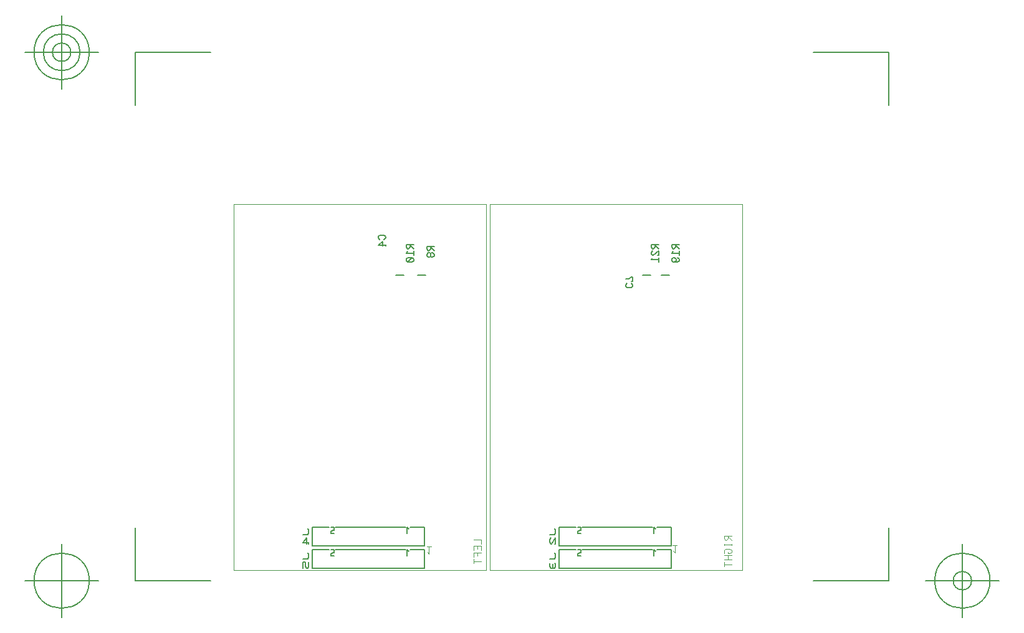
<source format=gbr>
G04 Generated by Ultiboard 13.0 *
%FSLAX25Y25*%
%MOIN*%

%ADD10C,0.00001*%
%ADD11C,0.00612*%
%ADD12C,0.00787*%
%ADD13C,0.00005*%
%ADD14C,0.00367*%
%ADD15C,0.00800*%
%ADD16C,0.00500*%


G04 ColorRGB FF14FF for the following layer *
%LNSilkscreen Bottom*%
%LPD*%
G54D10*
G54D11*
X147331Y178608D02*
X143394Y178608D01*
X143394Y177040D01*
X144181Y176256D01*
X144575Y176256D01*
X145362Y177040D01*
X145362Y178608D01*
X145362Y178216D02*
X147331Y176256D01*
X144181Y174689D02*
X143394Y173905D01*
X147331Y173905D01*
X147331Y175080D02*
X147331Y172729D01*
X144181Y171553D02*
X143394Y170769D01*
X143394Y169985D01*
X144181Y169201D01*
X146543Y169201D01*
X147331Y169985D01*
X147331Y170769D01*
X146543Y171553D01*
X144181Y171553D01*
X144181Y169201D02*
X146543Y171553D01*
X158331Y177608D02*
X154394Y177608D01*
X154394Y176040D01*
X155181Y175256D01*
X155575Y175256D01*
X156362Y176040D01*
X156362Y177608D01*
X156362Y177216D02*
X158331Y175256D01*
X158331Y172513D02*
X158331Y173297D01*
X157543Y174080D01*
X156756Y174080D01*
X156362Y173689D01*
X155969Y174080D01*
X155181Y174080D01*
X154394Y173297D01*
X154394Y172513D01*
X155181Y171729D01*
X155969Y171729D01*
X156362Y172121D01*
X156756Y171729D01*
X157543Y171729D01*
X158331Y172513D01*
X156362Y173689D02*
X156362Y172121D01*
X261457Y157744D02*
X260669Y156960D01*
X260669Y156176D01*
X261457Y155392D01*
X263819Y155392D01*
X264606Y156176D01*
X264606Y156960D01*
X263819Y157744D01*
X260669Y160095D02*
X262638Y160095D01*
X263819Y161271D01*
X264606Y161271D01*
X264606Y158920D01*
X263819Y158920D01*
X131543Y181256D02*
X132331Y182040D01*
X132331Y182824D01*
X131543Y183608D01*
X129181Y183608D01*
X128394Y182824D01*
X128394Y182040D01*
X129181Y181256D01*
X130756Y177729D02*
X130756Y180080D01*
X128394Y178121D01*
X132331Y178121D01*
X132331Y178513D02*
X132331Y177729D01*
X278331Y178608D02*
X274394Y178608D01*
X274394Y177040D01*
X275181Y176256D01*
X275575Y176256D01*
X276362Y177040D01*
X276362Y178608D01*
X276362Y178216D02*
X278331Y176256D01*
X275181Y175080D02*
X274394Y174297D01*
X274394Y173513D01*
X275181Y172729D01*
X275575Y172729D01*
X278331Y175080D01*
X278331Y172729D01*
X277937Y172729D01*
X275181Y171161D02*
X274394Y170377D01*
X278331Y170377D01*
X278331Y171553D02*
X278331Y169201D01*
X289331Y178608D02*
X285394Y178608D01*
X285394Y177040D01*
X286181Y176256D01*
X286575Y176256D01*
X287362Y177040D01*
X287362Y178608D01*
X287362Y178216D02*
X289331Y176256D01*
X286181Y174689D02*
X285394Y173905D01*
X289331Y173905D01*
X289331Y175080D02*
X289331Y172729D01*
X288543Y171553D02*
X289331Y170769D01*
X289331Y169985D01*
X288543Y169201D01*
X286969Y169201D01*
X286181Y169201D01*
X285394Y169985D01*
X285394Y170769D01*
X286181Y171553D01*
X286969Y171553D01*
X287756Y170769D01*
X287756Y169985D01*
X286969Y169201D01*
G54D12*
X137835Y162000D02*
X142165Y162000D01*
X137835Y162000D02*
X142165Y162000D01*
X153665Y162000D02*
X149335Y162000D01*
X153665Y162000D02*
X149335Y162000D01*
X269835Y162000D02*
X274165Y162000D01*
X269835Y162000D02*
X274165Y162000D01*
X284165Y162000D02*
X279835Y162000D01*
X284165Y162000D02*
X279835Y162000D01*
G54D13*
X188000Y200000D02*
X323000Y200000D01*
X323000Y4000D01*
X188000Y4000D01*
X188000Y200000D01*
X51000Y200000D02*
X186000Y200000D01*
X186000Y4000D01*
X51000Y4000D01*
X51000Y200000D01*
G54D14*
X154784Y13669D02*
X155568Y12882D01*
X155568Y16819D01*
X154392Y16819D02*
X156744Y16819D01*
X286256Y14425D02*
X287040Y13638D01*
X287040Y17575D01*
X285864Y17575D02*
X288216Y17575D01*
X179394Y20608D02*
X183331Y20608D01*
X183331Y18256D01*
X183331Y14729D02*
X183331Y17080D01*
X181362Y17080D01*
X179394Y17080D01*
X179394Y14729D01*
X181362Y17080D02*
X181362Y15513D01*
X183331Y13553D02*
X179394Y13553D01*
X179394Y11201D01*
X181362Y13553D02*
X181362Y11985D01*
X183331Y8850D02*
X179394Y8850D01*
X179394Y10025D02*
X179394Y7674D01*
X317331Y22608D02*
X313394Y22608D01*
X313394Y21040D01*
X314181Y20256D01*
X314575Y20256D01*
X315362Y21040D01*
X315362Y22608D01*
X315362Y22216D02*
X317331Y20256D01*
X317331Y18297D02*
X317331Y17513D01*
X313394Y18297D02*
X313394Y17513D01*
X317331Y17905D02*
X313394Y17905D01*
X315362Y13985D02*
X315362Y13201D01*
X316543Y13201D01*
X317331Y13985D01*
X317331Y14769D01*
X316543Y15553D01*
X314181Y15553D01*
X313394Y14769D01*
X313394Y13201D01*
X317331Y12025D02*
X313394Y12025D01*
X317331Y9674D02*
X313394Y9674D01*
X315362Y12025D02*
X315362Y9674D01*
X317331Y7322D02*
X313394Y7322D01*
X313394Y8498D02*
X313394Y6146D01*
G54D15*
X90679Y26444D02*
X91274Y25333D01*
X91274Y24222D01*
X90679Y23111D01*
X88298Y23111D01*
X90083Y18111D02*
X90083Y21444D01*
X88298Y18667D01*
X91274Y18667D01*
X91274Y19222D02*
X91274Y18111D01*
X93000Y17000D02*
X153000Y17000D01*
X105500Y27000D02*
X143000Y27000D01*
X153000Y27000D02*
X153000Y17000D01*
X143833Y27000D02*
X143833Y23667D01*
X145500Y27000D02*
X153000Y27000D01*
X144667Y26167D02*
X143833Y27000D01*
X103833Y25333D02*
X103761Y25330D01*
X103689Y25321D01*
X103618Y25305D01*
X103548Y25283D01*
X103481Y25255D01*
X103417Y25222D01*
X103355Y25183D01*
X103298Y25138D01*
X103244Y25089D01*
X103195Y25036D01*
X103151Y24978D01*
X103112Y24917D01*
X103078Y24852D01*
X103050Y24785D01*
X103029Y24716D01*
X103013Y24645D01*
X103003Y24573D01*
X103000Y24500D01*
X103003Y24427D01*
X103013Y24355D01*
X103029Y24284D01*
X103050Y24215D01*
X103078Y24148D01*
X103112Y24083D01*
X103151Y24022D01*
X103195Y23964D01*
X103244Y23911D01*
X103298Y23862D01*
X103355Y23817D01*
X103417Y23778D01*
X103481Y23745D01*
X103548Y23717D01*
X103618Y23695D01*
X103689Y23679D01*
X103761Y23670D01*
X103833Y23667D01*
X104667Y25333D02*
X104667Y27000D01*
X104667Y25333D02*
X103833Y25333D01*
X93000Y27000D02*
X93000Y17000D01*
X104667Y23667D02*
X103833Y23667D01*
X93000Y27000D02*
X102167Y27000D01*
X103000Y27000D02*
X104667Y27000D01*
X90679Y13444D02*
X91274Y12333D01*
X91274Y11222D01*
X90679Y10111D01*
X88298Y10111D01*
X88298Y5111D02*
X88298Y8444D01*
X89488Y8444D01*
X89488Y6222D01*
X90083Y5111D01*
X90679Y5111D01*
X91274Y6222D01*
X91274Y8444D01*
X93000Y5000D02*
X153000Y5000D01*
X105500Y15000D02*
X143000Y15000D01*
X153000Y15000D02*
X153000Y5000D01*
X143833Y15000D02*
X143833Y11667D01*
X145500Y15000D02*
X153000Y15000D01*
X144667Y14167D02*
X143833Y15000D01*
X103833Y13333D02*
X103761Y13330D01*
X103689Y13321D01*
X103618Y13305D01*
X103548Y13283D01*
X103481Y13255D01*
X103417Y13222D01*
X103355Y13183D01*
X103298Y13138D01*
X103244Y13089D01*
X103195Y13036D01*
X103151Y12978D01*
X103112Y12917D01*
X103078Y12852D01*
X103050Y12785D01*
X103029Y12716D01*
X103013Y12645D01*
X103003Y12573D01*
X103000Y12500D01*
X103003Y12427D01*
X103013Y12355D01*
X103029Y12284D01*
X103050Y12215D01*
X103078Y12148D01*
X103112Y12083D01*
X103151Y12022D01*
X103195Y11964D01*
X103244Y11911D01*
X103298Y11862D01*
X103355Y11817D01*
X103417Y11778D01*
X103481Y11745D01*
X103548Y11717D01*
X103618Y11695D01*
X103689Y11679D01*
X103761Y11670D01*
X103833Y11667D01*
X104667Y13333D02*
X104667Y15000D01*
X104667Y13333D02*
X103833Y13333D01*
X93000Y15000D02*
X93000Y5000D01*
X104667Y11667D02*
X103833Y11667D01*
X93000Y15000D02*
X102167Y15000D01*
X103000Y15000D02*
X104667Y15000D01*
X222679Y26444D02*
X223274Y25333D01*
X223274Y24222D01*
X222679Y23111D01*
X220298Y23111D01*
X220893Y21444D02*
X220298Y20333D01*
X220298Y19222D01*
X220893Y18111D01*
X221190Y18111D01*
X223274Y21444D01*
X223274Y18111D01*
X222976Y18111D01*
X225000Y17000D02*
X285000Y17000D01*
X237500Y27000D02*
X275000Y27000D01*
X285000Y27000D02*
X285000Y17000D01*
X275833Y27000D02*
X275833Y23667D01*
X277500Y27000D02*
X285000Y27000D01*
X276667Y26167D02*
X275833Y27000D01*
X235833Y25333D02*
X235761Y25330D01*
X235689Y25321D01*
X235618Y25305D01*
X235548Y25283D01*
X235481Y25255D01*
X235417Y25222D01*
X235355Y25183D01*
X235298Y25138D01*
X235244Y25089D01*
X235195Y25036D01*
X235151Y24978D01*
X235112Y24917D01*
X235078Y24852D01*
X235050Y24785D01*
X235029Y24716D01*
X235013Y24645D01*
X235003Y24573D01*
X235000Y24500D01*
X235003Y24427D01*
X235013Y24355D01*
X235029Y24284D01*
X235050Y24215D01*
X235078Y24148D01*
X235112Y24083D01*
X235151Y24022D01*
X235195Y23964D01*
X235244Y23911D01*
X235298Y23862D01*
X235355Y23817D01*
X235417Y23778D01*
X235481Y23745D01*
X235548Y23717D01*
X235618Y23695D01*
X235689Y23679D01*
X235761Y23670D01*
X235833Y23667D01*
X236667Y25333D02*
X236667Y27000D01*
X236667Y25333D02*
X235833Y25333D01*
X225000Y27000D02*
X225000Y17000D01*
X236667Y23667D02*
X235833Y23667D01*
X225000Y27000D02*
X234167Y27000D01*
X235000Y27000D02*
X236667Y27000D01*
X222679Y13444D02*
X223274Y12333D01*
X223274Y11222D01*
X222679Y10111D01*
X220298Y10111D01*
X220595Y7889D02*
X220298Y7333D01*
X220298Y6222D01*
X220893Y5111D01*
X221488Y5111D01*
X221786Y5667D01*
X222083Y5111D01*
X222679Y5111D01*
X223274Y6222D01*
X223274Y7333D01*
X222976Y7889D01*
X221786Y7333D02*
X221786Y5667D01*
X225000Y5000D02*
X285000Y5000D01*
X237500Y15000D02*
X275000Y15000D01*
X285000Y15000D02*
X285000Y5000D01*
X275833Y15000D02*
X275833Y11667D01*
X277500Y15000D02*
X285000Y15000D01*
X276667Y14167D02*
X275833Y15000D01*
X235833Y13333D02*
X235761Y13330D01*
X235689Y13321D01*
X235618Y13305D01*
X235548Y13283D01*
X235481Y13255D01*
X235417Y13222D01*
X235355Y13183D01*
X235298Y13138D01*
X235244Y13089D01*
X235195Y13036D01*
X235151Y12978D01*
X235112Y12917D01*
X235078Y12852D01*
X235050Y12785D01*
X235029Y12716D01*
X235013Y12645D01*
X235003Y12573D01*
X235000Y12500D01*
X235003Y12427D01*
X235013Y12355D01*
X235029Y12284D01*
X235050Y12215D01*
X235078Y12148D01*
X235112Y12083D01*
X235151Y12022D01*
X235195Y11964D01*
X235244Y11911D01*
X235298Y11862D01*
X235355Y11817D01*
X235417Y11778D01*
X235481Y11745D01*
X235548Y11717D01*
X235618Y11695D01*
X235689Y11679D01*
X235761Y11670D01*
X235833Y11667D01*
X236667Y13333D02*
X236667Y15000D01*
X236667Y13333D02*
X235833Y13333D01*
X225000Y15000D02*
X225000Y5000D01*
X236667Y11667D02*
X235833Y11667D01*
X225000Y15000D02*
X234167Y15000D01*
X235000Y15000D02*
X236667Y15000D01*
G54D16*
X-1500Y-1500D02*
X-1500Y26800D01*
X-1500Y-1500D02*
X38800Y-1500D01*
X401500Y-1500D02*
X361200Y-1500D01*
X401500Y-1500D02*
X401500Y26800D01*
X401500Y281500D02*
X401500Y253200D01*
X401500Y281500D02*
X361200Y281500D01*
X-1500Y281500D02*
X38800Y281500D01*
X-1500Y281500D02*
X-1500Y253200D01*
X-21185Y-1500D02*
X-60555Y-1500D01*
X-40870Y-21185D02*
X-40870Y18185D01*
X-55634Y-1500D02*
G75*
D01*
G02X-55634Y-1500I14764J0*
G01*
X421185Y-1500D02*
X460555Y-1500D01*
X440870Y-21185D02*
X440870Y18185D01*
X426106Y-1500D02*
G75*
D01*
G02X426106Y-1500I14764J0*
G01*
X435949Y-1500D02*
G75*
D01*
G02X435949Y-1500I4921J0*
G01*
X-21185Y281500D02*
X-60555Y281500D01*
X-40870Y261815D02*
X-40870Y301185D01*
X-55634Y281500D02*
G75*
D01*
G02X-55634Y281500I14764J0*
G01*
X-50713Y281500D02*
G75*
D01*
G02X-50713Y281500I9843J0*
G01*
X-45791Y281500D02*
G75*
D01*
G02X-45791Y281500I4921J0*
G01*

M02*

</source>
